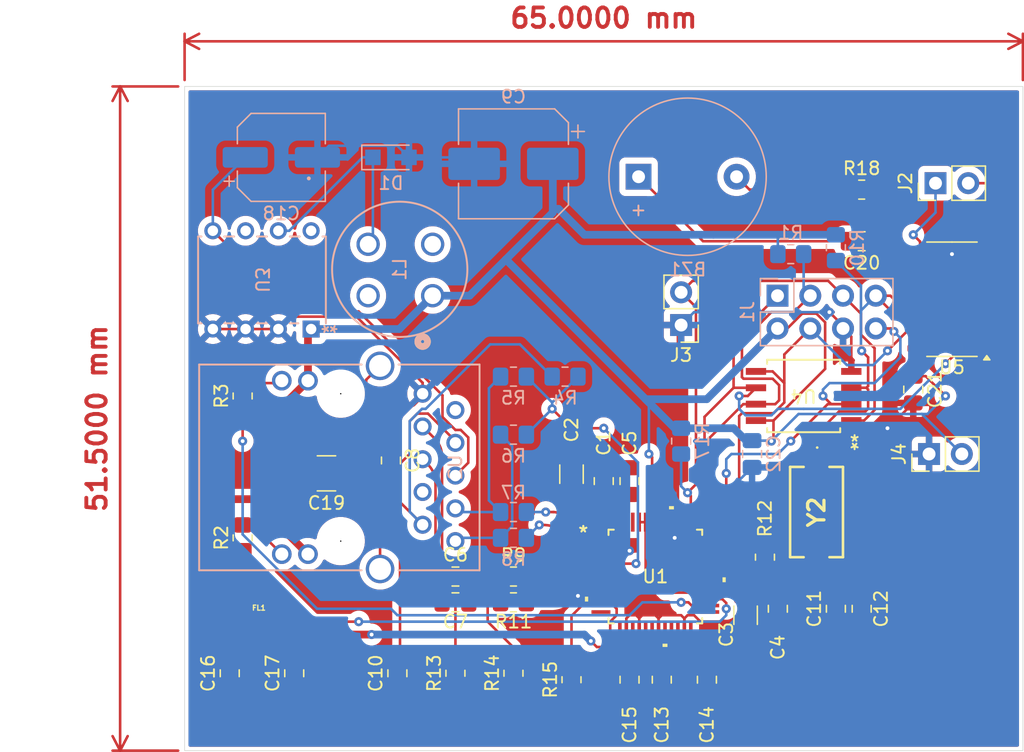
<source format=kicad_pcb>
(kicad_pcb (version 20241229) (generator "pcbnew") (generator_version "9.0")
  (layers (0 "F.Cu" signal) (2 "B.Cu" signal) (13 "F.Paste" user) (15 "B.Paste" user) (5 "F.SilkS" user "F.Silkscreen") (7 "B.SilkS" user "B.Silkscreen") (1 "F.Mask" user) (3 "B.Mask" user) (25 "Edge.Cuts" user))
  (property "PAGESETUP" "Record=PageOptions¦CenterHorizontal=True¦CenterVertical=True¦PrintScale=0.97¦XCorrection=1.00¦YCorrection=1.00¦PrintKind=1¦BorderSize=5000000¦LeftOffset=0¦BottomOffset=0¦Orientation=2¦PaperLength=1000¦PaperWidth=1000¦Scale=100¦PaperSource=7¦PrintQuality=-3¦MediaType=1¦DitherType=10¦PrintScaleMode=1¦PaperKind=A4¦PaperIndex=9")
  (net 0 "")
  (net 1 "3.3V_D")
  (net 2 "/SCSn")
  (net 3 "/INTn")
  (net 4 "/RSTn")
  (net 5 "GND")
  (net 6 "Net-(U1-EXRES1)")
  (net 7 "Net-(U2-RCT)")
  (net 8 "Net-(C7-Pad2)")
  (net 9 "Net-(C6-Pad2)")
  (net 10 "/XO")
  (net 11 "/XI")
  (net 12 "Net-(U1-RXP)")
  (net 13 "Net-(U1-RXN)")
  (net 14 "Net-(U1-TXP)")
  (net 15 "Net-(U2-TD+)")
  (net 16 "Net-(U2-TD-)")
  (net 17 "Net-(U1-TXN)")
  (net 18 "3.3V_A")
  (net 19 "Net-(U2-TCT)")
  (net 20 "Net-(D1-K)")
  (net 23 "Net-(U2-VC2+)")
  (net 25 "Net-(U2-RD+)")
  (net 27 "Net-(U2-RD-)")
  (net 28 "/ACT_LED")
  (net 29 "Net-(U1-1V2O)")
  (net 34 "/LINK_LED")
  (net 35 "Net-(U1-TOCAP)")
  (net 37 "/MOSI")
  (net 38 "/MISO")
  (net 40 "/SCLK")
  (net 43 "Net-(C19-Pad1)")
  (net 46 "Net-(U2-Y_K)")
  (net 47 "Net-(U2-G_K)")
  (net 48 "Net-(BZ1-+)")
  (net 49 "Net-(BZ1--)")
  (net 50 "Net-(J2-Pin_1)")
  (net 51 "Net-(J2-Pin_2)")
  (net 52 "Net-(U5-Pad10)")
  (net 53 "Net-(U5-Pad3)")
  (footprint "Imported:BEADC1608X95N" (layer "F.Cu") (at 121.5 118)
    (property "Reference" "FL1")
    (property "Value" "BLM18PG121SH1D")
  )
  (footprint "Capacitor_SMD:C_0805_2012Metric_Pad1.18x1.45mm_HandSolder" (layer "F.Cu") (at 150 122.5 90)
    (property "Reference" "C15")
    (property "Value" "0.1uF")
  )
  (footprint "Capacitor_SMD:C_1206_3216Metric_Pad1.33x1.80mm_HandSolder" (layer "F.Cu") (at 159 117.5 -90)
    (property "Reference" "C3")
    (property "Value" "10uF/16V")
  )
  (footprint "Capacitor_SMD:C_0805_2012Metric_Pad1.18x1.45mm_HandSolder" (layer "F.Cu") (at 156 122.5 90)
    (property "Reference" "C14")
    (property "Value" "10nF")
  )
  (footprint "Capacitor_SMD:C_0805_2012Metric_Pad1.18x1.45mm_HandSolder" (layer "F.Cu") (at 166 117 90)
    (property "Reference" "C11")
    (property "Value" "18pF")
  )
  (footprint "Capacitor_SMD:C_0805_2012Metric_Pad1.18x1.45mm_HandSolder" (layer "F.Cu") (at 168 88.5 180)
    (property "Reference" "C20")
    (property "Value" "C_Polarized")
  )
  (footprint "Capacitor_SMD:C_0805_2012Metric_Pad1.18x1.45mm_HandSolder" (layer "F.Cu") (at 168 117 90)
    (property "Reference" "C12")
    (property "Value" "18pF")
  )
  (footprint "Capacitor_SMD:C_0805_2012Metric_Pad1.18x1.45mm_HandSolder" (layer "F.Cu") (at 161.5 117 90)
    (property "Reference" "C4")
    (property "Value" "0.1uF")
  )
  (footprint "Capacitor_SMD:C_1206_3216Metric_Pad1.33x1.80mm_HandSolder" (layer "F.Cu") (at 145.5 106.5625 -90)
    (property "Reference" "C2")
    (property "Value" "10uF/16V")
  )
  (footprint "Connector_PinHeader_2.54mm:PinHeader_1x02_P2.54mm_Vertical" (layer "F.Cu") (at 173.725 84 90)
    (property "Reference" "J2")
    (property "Value" "Conn_01x02_Pin")
  )
  (footprint "Imported:48LQFP_W5500_WIZ" (layer "F.Cu") (at 152 114.5)
    (property "Reference" "U1")
    (property "Value" "W5500")
  )
  (footprint "Capacitor_SMD:C_0805_2012Metric_Pad1.18x1.45mm_HandSolder" (layer "F.Cu") (at 131.5 105.5 -90)
    (property "Reference" "C8")
    (property "Value" "22nF")
  )
  (footprint "Capacitor_SMD:C_0805_2012Metric_Pad1.18x1.45mm_HandSolder" (layer "F.Cu") (at 148 107.1 90)
    (property "Reference" "C1")
    (property "Value" "0.1uF")
  )
  (footprint "Capacitor_SMD:C_0805_2012Metric_Pad1.18x1.45mm_HandSolder" (layer "F.Cu") (at 132 122 90)
    (property "Reference" "C10")
    (property "Value" "10nF")
  )
  (footprint "Capacitor_SMD:C_0805_2012Metric_Pad1.18x1.45mm_HandSolder" (layer "F.Cu") (at 152.5 122.5 90)
    (property "Reference" "C13")
    (property "Value" "4.7uF")
  )
  (footprint "Capacitor_SMD:C_1210_3225Metric_Pad1.33x2.70mm_HandSolder" (layer "F.Cu") (at 126.5 106.5 180)
    (property "Reference" "C19")
    (property "Value" "1nF")
  )
  (footprint "Resistor_SMD:R_0805_2012Metric_Pad1.20x1.40mm_HandSolder" (layer "F.Cu") (at 168 84.5)
    (property "Reference" "R18")
    (property "Value" "R")
  )
  (footprint "Resistor_SMD:R_0805_2012Metric_Pad1.20x1.40mm_HandSolder" (layer "F.Cu") (at 141 116.5)
    (property "Reference" "R11")
    (property "Value" "3.3R")
  )
  (footprint "Capacitor_SMD:C_0805_2012Metric_Pad1.18x1.45mm_HandSolder" (layer "F.Cu") (at 136.5 114.5)
    (property "Reference" "C6")
    (property "Value" "6.8nF")
  )
  (footprint "Package_SO:SO-14_3.9x8.65mm_P1.27mm" (layer "F.Cu") (at 175 93 180)
    (property "Reference" "U5")
    (property "Value" "74HC00")
  )
  (footprint "Resistor_SMD:R_0805_2012Metric_Pad1.20x1.40mm_HandSolder" (layer "F.Cu") (at 141 114.5)
    (property "Reference" "R9")
    (property "Value" "3.3R")
  )
  (footprint "Imported:8S2_ATM" (layer "F.Cu") (at 163.5 100.5 180)
    (property "Reference" "U4")
    (property "Value" "ATTINY85-20SU")
  )
  (footprint "Imported:ABLS7M225000MHZD2YT" (layer "F.Cu") (at 164.5 109.5 -90)
    (property "Reference" "Y2")
    (property "Value" "ABLS7M2-25.000MHZ-D-2Y-T" (hide yes))
  )
  (footprint "Capacitor_SMD:C_0805_2012Metric_Pad1.18x1.45mm_HandSolder" (layer "F.Cu") (at 124 122 90)
    (property "Reference" "C17")
    (property "Value" "0.1uF")
  )
  (footprint "Resistor_SMD:R_0805_2012Metric_Pad1.20x1.40mm_HandSolder" (layer "F.Cu") (at 141 122 90)
    (property "Reference" "R14")
    (property "Value" "49R9")
  )
  (footprint "Capacitor_SMD:C_0805_2012Metric_Pad1.18x1.45mm_HandSolder" (layer "F.Cu") (at 119 122 90)
    (property "Reference" "C16")
    (property "Value" "0.1uF")
  )
  (footprint "Resistor_SMD:R_0805_2012Metric_Pad1.20x1.40mm_HandSolder" (layer "F.Cu") (at 160.5 113 90)
    (property "Reference" "R12")
    (property "Value" "1M")
  )
  (footprint "Capacitor_SMD:C_0805_2012Metric_Pad1.18x1.45mm_HandSolder" (layer "F.Cu") (at 136.5 116.5)
    (property "Reference" "C7")
    (property "Value" "6.8nF")
  )
  (footprint "Resistor_SMD:R_0805_2012Metric_Pad1.20x1.40mm_HandSolder" (layer "F.Cu") (at 145.5 122.5 90)
    (property "Reference" "R15")
    (property "Value" "12.4K")
  )
  (footprint "Capacitor_SMD:C_0805_2012Metric_Pad1.18x1.45mm_HandSolder" (layer "F.Cu") (at 172 100 -90)
    (property "Reference" "C21")
    (property "Value" "100nF")
  )
  (footprint "Connector_PinHeader_2.54mm:PinHeader_1x02_P2.54mm_Vertical" (layer "F.Cu") (at 154 95 180)
    (property "Reference" "J3")
    (property "Value" "Conn_01x02_Pin")
  )
  (footprint "Capacitor_SMD:C_0805_2012Metric_Pad1.18x1.45mm_HandSolder" (layer "F.Cu") (at 150 107.1 90)
    (property "Reference" "C5")
    (property "Value" "1uF")
  )
  (footprint "Resistor_SMD:R_0805_2012Metric_Pad1.20x1.40mm_HandSolder" (layer "F.Cu") (at 120 100.5 90)
    (property "Reference" "R3")
    (property "Value" "330")
  )
  (footprint "Resistor_SMD:R_0805_2012Metric_Pad1.20x1.40mm_HandSolder" (layer "F.Cu") (at 120 111.5 90)
    (property "Reference" "R2")
    (property "Value" "330")
  )
  (footprint "Connector_PinHeader_2.54mm:PinHeader_1x02_P2.54mm_Vertical" (layer "F.Cu") (at 173.225 105 90)
    (property "Reference" "J4")
    (property "Value" "Conn_01x02_Pin")
  )
  (footprint "Resistor_SMD:R_0805_2012Metric_Pad1.20x1.40mm_HandSolder" (layer "F.Cu") (at 136.5 122 90)
    (property "Reference" "R13")
    (property "Value" "49R9")
  )
  (footprint "Imported:IND_MURATA_1200LRS_MUR" (layer "B.Cu") (at 135 93.5 -90)
    (property "Reference" "L1")
    (property "Value" "12LRS334C")
  )
  (footprint "Resistor_SMD:R_0805_2012Metric_Pad1.20x1.40mm_HandSolder" (layer "B.Cu") (at 162.5 89.5 180)
    (property "Reference" "R1")
    (property "Value" "4.7K")
  )
  (footprint "Imported:PDIP-8_MCL" (layer "B.Cu") (at 125.31 95.31 90)
    (property "Reference" "U3")
    (property "Value" "LM2574-3.3YN")
  )
  (footprint "Resistor_SMD:R_0805_2012Metric_Pad1.20x1.40mm_HandSolder" (layer "B.Cu") (at 141 103.5)
    (property "Reference" "R6")
    (property "Value" "49R9")
  )
  (footprint "Connector_PinHeader_2.54mm:PinHeader_2x04_P2.54mm_Vertical" (layer "B.Cu") (at 161.475 92.725 -90)
    (property "Reference" "J1")
    (property "Value" "Conn_02x03_Odd_Even")
  )
  (footprint "Resistor_SMD:R_0805_2012Metric_Pad1.20x1.40mm_HandSolder" (layer "B.Cu") (at 145 99)
    (property "Reference" "R4")
    (property "Value" "10R")
  )
  (footprint "Capacitor_SMD:C_0805_2012Metric_Pad1.18x1.45mm_HandSolder" (layer "B.Cu") (at 159.5 105 90)
    (property "Reference" "C22")
    (property "Value" "C")
  )
  (footprint "Diode_SMD:Nexperia_CFP3_SOD-123W" (layer "B.Cu") (at 131.5 82)
    (property "Reference" "D1")
    (property "Value" "D_Schottky")
  )
  (footprint "Resistor_SMD:R_0805_2012Metric_Pad1.20x1.40mm_HandSolder" (layer "B.Cu") (at 141 99)
    (property "Reference" "R5")
    (property "Value" "49R9")
  )
  (footprint "Resistor_SMD:R_0805_2012Metric_Pad1.20x1.40mm_HandSolder" (layer "B.Cu") (at 166 89 90)
    (property "Reference" "R10")
    (property "Value" "4.7K")
  )
  (footprint "Capacitor_SMD:CP_Elec_6.3x5.4" (layer "B.Cu") (at 123 82)
    (property "Reference" "C18")
    (property "Value" "22uF")
  )
  (footprint "Capacitor_SMD:CP_Elec_8x6.2" (layer "B.Cu") (at 141 82.5 180)
    (property "Reference" "C9")
    (property "Value" "220uF")
  )
  (footprint "Resistor_SMD:R_0805_2012Metric_Pad1.20x1.40mm_HandSolder" (layer "B.Cu") (at 141 111.5)
    (property "Reference" "R8")
    (property "Value" "3.3R")
  )
  (footprint "Resistor_SMD:R_0805_2012Metric_Pad1.20x1.40mm_HandSolder" (layer "B.Cu") (at 154 104 90)
    (property "Reference" "R17")
    (property "Value" "4.7K")
  )
  (footprint "Buzzer_Beeper:Buzzer_12x9.5RM7.6" (layer "B.Cu") (at 150.7 83.5)
    (property "Reference" "BZ1")
    (property "Value" "Buzzer")
  )
  (footprint "Resistor_SMD:R_0805_2012Metric_Pad1.20x1.40mm_HandSolder" (layer "B.Cu") (at 141 109.5)
    (property "Reference" "R7")
    (property "Value" "3.3R")
  )
  (footprint "Imported:ARJM11C7-114-BA-EW2_ABR-fixed" (layer "B.Cu") (at 133.955799 100.324251 -90)
    (property "Reference" "U2")
    (property "Value" "ARJM11C7-114-BA-EW2")
  )
  (gr_rect (start 115.5 76.5) (end 180.5 128) (stroke (width 0.05)) (fill no) (layer "Edge.Cuts"))
  (dimension (type orthogonal) (layer "F.Cu") (pts (xy 115.5 76.5) (xy 180.5 76.5)) (height -3.5) (orientation 0) (format (prefix "") (suffix "") (units 3) (units_format 1) (precision 4)) (style (thickness 0.2) (arrow_length 1.27) (text_position_mode 0) (arrow_direction outward) (extension_height 0.58642) (extension_offset 0.5) (keep_text_aligned yes)) (gr_text "65.0000 mm" (at 148 71.2 0) (layer "F.Cu") (effects (font (size 1.5 1.5) (thickness 0.3)))))
  (dimension (type orthogonal) (layer "F.Cu") (pts (xy 115.5 76.5) (xy 115.5 128)) (height -5) (orientation 1) (format (prefix "") (suffix "") (units 3) (units_format 1) (precision 4)) (style (thickness 0.2) (arrow_length 1.27) (text_position_mode 0) (arrow_direction outward) (extension_height 0.58642) (extension_offset 0.5) (keep_text_aligned yes)) (gr_text "51.5000 mm" (at 108.7 102.25 90) (layer "F.Cu") (effects (font (size 1.5 1.5) (thickness 0.3)))))
  (segment (start 172 97.335) (end 172.525 96.81) (width 0.2) (layer "F.Cu") (net 1))
  (segment (start 151.75 105.25) (end 151.5 105) (width 0.2) (layer "F.Cu") (net 1))
  (segment (start 120 118) (end 120.765 118) (width 0.6) (layer "F.Cu") (net 1))
  (segment (start 162.235 95.265) (end 163.386 94.114) (width 0.2) (layer "F.Cu") (net 1))
  (segment (start 118.5 108.5) (end 117 110) (width 0.6) (layer "F.Cu") (net 1))
  (segment (start 151.75 110.2836) (end 151.75 105.25) (width 0.2) (layer "F.Cu") (net 1))
  (segment (start 117 110) (end 117 115) (width 0.6) (layer "F.Cu") (net 1))
  (segment (start 158.8125 115.75) (end 156.2164 115.75) (width 0.2) (layer "F.Cu") (net 1))
  (segment (start 159 115.9375) (end 161.475 115.9375) (width 0.2) (layer "F.Cu") (net 1))
  (segment (start 161.475 115.9375) (end 161.5 115.9625) (width 0.2) (layer "F.Cu") (net 1))
  (segment (start 123.5 108.5) (end 123.5 111.198453) (width 0.6) (layer "F.Cu") (net 1))
  (segment (start 120.765 118) (end 120.765 119.1975) (width 0.2) (layer "F.Cu") (net 1))
  (segment (start 161.1621 102.405) (end 159.8043 102.405) (width 0.2) (layer "F.Cu") (net 1))
  (segment (start 172 98.9625) (end 172.9625 98.9625) (width 0.2) (layer "F.Cu") (net 1))
  (segment (start 151.249999 110.2836) (end 151.249999 114.249999) (width 0.2) (layer "F.Cu") (net 1))
  (segment (start 123.5 111.198453) (end 125.065799 112.764252) (width 0.6) (layer "F.Cu") (net 1))
  (segment (start 161.475 95.265) (end 162.235 95.265) (width 0.2) (layer "F.Cu") (net 1))
  (segment (start 159 115.9375) (end 158.8125 115.75) (width 0.2) (layer "F.Cu") (net 1))
  (segment (start 123.5 108.5) (end 118.5 108.5) (width 0.6) (layer "F.Cu") (net 1))
  (segment (start 120.765 119.1975) (end 119 120.9625) (width 0.2) (layer "F.Cu") (net 1))
  (segment (start 161 104) (end 161.1621 103.8379) (width 0.2) (layer "F.Cu") (net 1))
  (segment (start 172.9625 98.9625) (end 174.5 100.5) (width 0.2) (layer "F.Cu") (net 1))
  (segment (start 163.386 94.114) (end 164.49176 94.114) (width 0.2) (layer "F.Cu") (net 1))
  (segment (start 123.5 100.880049) (end 123.5 108.5) (width 0.6) (layer "F.Cu") (net 1))
  (segment (start 151.249999 110.2836) (end 150.75 110.2836) (width 0.2) (layer "F.Cu") (net 1))
  (segment (start 152.75 115.75) (end 156.2164 115.75) (width 0.2) (layer "F.Cu") (net 1))
  (segment (start 161.1621 103.8379) (end 161.1621 102.405) (width 0.2) (layer "F.Cu") (net 1))
  (segment (start 151.249999 114.249999) (end 152.75 115.75) (width 0.2) (layer "F.Cu") (net 1))
  (segment (start 151.75 110.2836) (end 151.249999 110.2836) (width 0.2) (layer "F.Cu") (net 1))
  (segment (start 125.065799 95.554201) (end 125.31 95.31) (width 0.6) (layer "F.Cu") (net 1))
  (segment (start 117 115) (end 120 118) (width 0.6) (layer "F.Cu") (net 1))
  (segment (start 125.065799 99.31425) (end 125.065799 95.554201) (width 0.6) (layer "F.Cu") (net 1))
  (segment (start 165.166 94.78824) (end 165.166 98.4011) (width 0.2) (layer "F.Cu") (net 1))
  (segment (start 165.166 98.4011) (end 161.1621 102.405) (width 0.2) (layer "F.Cu") (net 1))
  (segment (start 164.49176 94.114) (end 165.166 94.78824) (width 0.2) (layer "F.Cu") (net 1))
  (segment (start 172 98.9625) (end 172 97.335) (width 0.2) (layer "F.Cu") (net 1))
  (segment (start 125.065799 99.31425) (end 123.5 100.880049) (width 0.6) (layer "F.Cu") (net 1))
  (via (at 174.5 100.5) (size 0.7) (drill 0.3) (layers "F.Cu" "B.Cu") (net 1))
  (via (at 161 104) (size 0.7) (drill 0.3) (layers "F.Cu" "B.Cu") (net 1))
  (via (at 151.5 105) (size 0.7) (drill 0.3) (layers "F.Cu" "B.Cu") (net 1))
  (segment (start 144.05 85.989892) (end 144.05 86.272735) (width 0.6) (layer "B.Cu") (net 1))
  (segment (start 132.1486 95.31) (end 125.31 95.31) (width 0.6) (layer "B.Cu") (net 1))
  (segment (start 144.489892 85.989892) (end 146.5 88) (width 0.6) (layer "B.Cu") (net 1))
  (segment (start 166 88) (end 161.5 88) (width 0.6) (layer "B.Cu") (net 1))
  (segment (start 151.5 101) (end 140.411367 89.911367) (width 0.6) (layer "B.Cu") (net 1))
  (segment (start 155.99 100.75) (end 161.475 95.265) (width 0.6) (layer "B.Cu") (net 1))
  (segment (start 137.597435 92.7253) (end 134.7333 92.7253) (width 0.6) (layer "B.Cu") (net 1))
  (segment (start 159.0375 103.9625) (end 158.075 103) (width 0.6) (layer "B.Cu") (net 1))
  (segment (start 144.05 85.989892) (end 144.489892 85.989892) (width 0.6) (layer "B.Cu") (net 1))
  (segment (start 159.5 103.9625) (end 159.0375 103.9625) (width 0.6) (layer "B.Cu") (net 1))
  (segment (start 172.664 101.899) (end 163.101 101.899) (width 0.2) (layer "B.Cu") (net 1))
  (segment (start 144.05 86.272735) (end 140.411367 89.911367) (width 0.6) (layer "B.Cu") (net 1))
  (segment (start 174.5 100.5) (end 173.101 101.899) (width 0.2) (layer "B.Cu") (net 1))
  (segment (start 163.101 101.899) (end 161 104) (width 0.2) (layer "B.Cu") (net 1))
  (segment (start 160.9625 103.9625) (end 161 104) (width 0.2) (layer "B.Cu") (net 1))
  (segment (start 175.765 105) (end 172.664 101.899) (width 0.2) (layer "B.Cu") (net 1))
  (segment (start 151.5 101) (end 151.25 100.75) (width 0.2) (layer "B.Cu") (net 1))
  (segment (start 144.05 82.5) (end 144.05 85.989892) (width 0.6) (layer "B.Cu") (net 1))
  (segment (start 161.5 88) (end 156.5 88) (width 0.6) (layer "B.Cu") (net 1))
  (segment (start 153.5 103) (end 154 103) (width 0.6) (layer "B.Cu") (net 1))
  (segment (start 146.5 88) (end 156.5 88) (width 0.6) (layer "B.Cu") (net 1))
  (segment (start 159.5 103.9625) (end 160.9625 103.9625) (width 0.2) (layer "B.Cu") (net 1))
  (segment (start 140.411367 89.911367) (end 137.597435 92.7253) (width 0.6) (layer "B.Cu") (net 1))
  (segment (start 134.7333 92.7253) (end 132.1486 95.31) (width 0.6) (layer "B.Cu") (net 1))
  (segment (start 161.5 89.5) (end 161.5 88) (width 0.2) (layer "B.Cu") (net 1))
  (segment (start 158.075 103) (end 154 103) (width 0.6) (layer "B.Cu") (net 1))
  (segment (start 151.5 105) (end 151.5 101) (width 0.2) (layer "B.Cu") (net 1))
  (segment (start 151.25 100.75) (end 155.99 100.75) (width 0.6) (layer "B.Cu") (net 1))
  (segment (start 151.25 100.75) (end 153.5 103) (width 0.6) (layer "B.Cu") (net 1))
  (segment (start 173.101 101.899) (end 172.664 101.899) (width 0.2) (layer "B.Cu") (net 1))
  (segment (start 168.5 101.4868) (end 168.2841 101.7027) (width 0.2) (layer "F.Cu") (net 2))
  (segment (start 168.5 97.5) (end 168.5 99.73) (width 0.2) (layer "F.Cu") (net 2))
  (segment (start 171.309 94.939) (end 176.874 94.939) (width 0.2) (layer "F.Cu") (net 2))
  (segment (start 177.475 95.54) (end 176.874 94.939) (width 0.2) (layer "F.Cu") (net 2))
  (segment (start 167.1957 99.865) (end 168.365 99.865) (width 0.2) (layer "F.Cu") (net 2))
  (segment (start 170.64 94.27) (end 171.309 94.939) (width 0.2) (layer "F.Cu") (net 2))
  (segment (start 168 97) (end 168.5 97.5) (width 0.2) (layer "F.Cu") (net 2))
  (segment (start 166.2419 101.7027) (end 158.901 109.0436) (width 0.2) (layer "F.Cu") (net 2))
  (segment (start 168.2841 101.7027) (end 166.2419 101.7027) (width 0.2) (layer "F.Cu") (net 2))
  (segment (start 157.194701 113.749999) (end 156.2164 113.749999) (width 0.2) (layer "F.Cu") (net 2))
  (segment (start 158.901 109.0436) (end 158.901 112.0437) (width 0.2) (layer "F.Cu") (net 2))
  (segment (start 170.225 92.725) (end 169.095 92.725) (width 0.2) (layer "F.Cu") (net 2))
  (segment (start 177.475 91.73) (end 175.8371 91.73) (width 0.2) (layer "F.Cu") (net 2))
  (segment (start 170.64 94.27) (end 169.095 92.725) (width 0.2) (layer "F.Cu") (net 2))
  (segment (start 168.5 100) (end 168.5 101.4868) (width 0.2) (layer "F.Cu") (net 2))
  (segment (start 168.365 99.865) (end 168.5 100) (width 0.2) (layer "F.Cu") (net 2))
  (segment (start 171.101 93.601) (end 170.225 92.725) (width 0.2) (layer "F.Cu") (net 2))
  (segment (start 158.901 112.0437) (end 157.194701 113.749999) (width 0.2) (layer "F.Cu") (net 2))
  (segment (start 173.9661 93.601) (end 171.101 93.601) (width 0.2) (layer "F.Cu") (net 2))
  (segment (start 175.8371 91.73) (end 173.9661 93.601) (width 0.2) (layer "F.Cu") (net 2))
  (segment (start 168.5 99.73) (end 168.365 99.865) (width 0.2) (layer "F.Cu") (net 2))
  (segment (start 172.525 94.27) (end 170.64 94.27) (width 0.2) (layer "F.Cu") (net 2))
  (via (at 168 97) (size 0.7) (drill 0.3) (layers "F.Cu" "B.Cu") (net 2))
  (segment (start 167.944 91.944) (end 167.944 94) (width 0.2) (layer "B.Cu") (net 2))
  (segment (start 167.944 93.876) (end 167.944 94) (width 0.2) (layer "B.Cu") (net 2))
  (segment (start 167.944 96.944) (end 168 97) (width 0.2) (layer "B.Cu") (net 2))
  (segment (start 166 90) (end 167.944 91.944) (width 0.2) (layer "B.Cu") (net 2))
  (segment (start 167.944 94) (end 167.944 96.944) (width 0.2) (layer "B.Cu") (net 2))
  (segment (start 169.095 92.725) (end 167.944 93.876) (width 0.2) (layer "B.Cu") (net 2))
  (segment (start 158.7159 99.0413) (end 158.8373 99.1627) (width 0.2) (layer "F.Cu") (net 3))
  (segment (start 164.015 92.725) (end 162.74 94) (width 0.2) (layer "F.Cu") (net 3))
  (segment (start 158.8373 99.1627) (end 161.0956 99.1627) (width 0.2) (layer "F.Cu") (net 3))
  (segment (start 161.2979 101.135) (end 159.8043 101.135) (width 0.2) (layer "F.Cu") (net 3))
  (segment (start 161.599 100.8339) (end 161.2979 101.135) (width 0.2) (layer "F.Cu") (net 3))
  (segment (start 158.7159 96.2841) (end 158.7159 99.0413) (width 0.2) (layer "F.Cu") (net 3))
  (segment (start 156.2164 103.7355) (end 156.2164 111.75) (width 0.2) (layer "F.Cu") (net 3))
  (segment (start 162.74 94) (end 161 94) (width 0.2) (layer "F.Cu") (net 3))
  (segment (start 158.8169 101.135) (end 156.2164 103.7355) (width 0.2) (layer "F.Cu") (net 3))
  (segment (start 161.0956 99.1627) (end 161.599 99.6661) (width 0.2) (layer "F.Cu") (net 3))
  (segment (start 161 94) (end 158.7159 96.2841) (width 0.2) (layer "F.Cu") (net 3))
  (segment (start 161.599 99.6661) (end 161.599 100.8339) (width 0.2) (layer "F.Cu") (net 3))
  (segment (start 159.8043 101.135) (end 158.8169 101.135) (width 0.2) (layer "F.Cu") (net 3))
  (segment (start 163.5 89.5) (end 163.5 92.21) (width 0.2) (layer "B.Cu") (net 3))
  (segment (start 163.5 92.21) (end 164.015 92.725) (width 0.2) (layer "B.Cu") (net 3))
  (segment (start 155.151 93.611) (end 154 92.46) (width 0.2) (layer "F.Cu") (net 4))
  (segment (start 154.75 108.25) (end 154.5 108) (width 0.2) (layer "F.Cu") (net 4))
  (segment (start 154.886 91.574) (end 154 92.46) (width 0.2) (layer "F.Cu") (net 4))
  (segment (start 167.1957 102.405) (end 168.1831 102.405) (width 0.2) (layer "F.Cu") (net 4))
  (segment (start 154.5 108) (end 155.151 107.349) (width 0.2) (layer "F.Cu") (net 4))
  (segment (start 167.944 94.114) (end 166.555 92.725) (width 0.2) (layer "F.Cu") (net 4))
  (segment (start 168.1831 102.405) (end 169 101.5881) (width 0.2) (layer "F.Cu") (net 4))
  (segment (start 154.75 110.2836) (end 154.75 108.25) (width 0.2) (layer "F.Cu") (net 4))
  (segment (start 155.151 107.349) (end 155.151 93.611) (width 0.2) (layer "F.Cu") (net 4))
  (segment (start 169 96.79776) (end 167.944 95.74176) (width 0.2) (layer "F.Cu") (net 4))
  (segment (start 169 101.5881) (end 169 96.79776) (width 0.2) (layer "F.Cu") (net 4))
  (segment (start 167.944 95.74176) (end 167.944 94.114) (width 0.2) (layer "F.Cu") (net 4))
  (segment (start 166.555 92.725) (end 165.404 91.574) (width 0.2) (layer "F.Cu") (net 4))
  (segment (start 165.404 91.574) (end 154.886 91.574) (width 0.2) (layer "F.Cu") (net 4))
  (via (at 154.5 108) (size 0.7) (drill 0.3) (layers "F.Cu" "B.Cu") (net 4))
  (segment (start 154.5 108) (end 154 107.5) (width 0.2) (layer "B.Cu") (net 4))
  (segment (start 154 107.5) (end 154 105) (width 0.2) (layer "B.Cu") (net 4))
  (segment (start 150.988099 117.5) (end 152 117.5) (width 0.2) (layer "F.Cu") (net 5))
  (segment (start 177.165 89.5) (end 175 89.5) (width 0.2) (layer "F.Cu") (net 5))
  (segment (start 149.749999 118.7164) (end 149.749999 117.750001) (width 0.2) (layer "F.Cu") (net 5))
  (segment (start 148 109) (end 148 108.1375) (width 0.2) (layer "F.Cu") (net 5))
  (segment (start 154 117.5) (end 154.250001 117.750001) (width 0.2) (layer "F.Cu") (net 5))
  (segment (start 149.25 110.25) (end 148 109) (width 0.2) (layer "F.Cu") (net 5))
  (segment (start 148.761898 112.750001) (end 147.7836 112.750001) (width 0.2) (layer "F.Cu") (net 5))
  (segment (start 150 123.5375) (end 152.5 123.5375) (width 0.2) (layer "F.Cu") (net 5))
  (segment (start 153.25 111.25) (end 153.5 111.5) (width 0.2) (layer "F.Cu") (net 5))
  (segment (start 168 118.0375) (end 166 118.0375) (width 0.2) (layer "F.Cu") (net 5))
  (segment (start 153.5 113.444801) (end 153.5 111.5) (width 0.2) (layer "F.Cu") (net 5))
  (segment (start 122.77 95.31) (end 123.7314 94.3486) (width 0.2) (layer "F.Cu") (net 5))
  (segment (start 152.25 117.75) (end 152.25 118.7164) (width 0.2) (layer "F.Cu") (net 5))
  (segment (start 149.25 110.2836) (end 149.25 112.261899) (width 0.2) (layer "F.Cu") (net 5))
  (segment (start 152.5 123.5375) (end 154.5 123.5375) (width 0.2) (layer "F.Cu") (net 5))
  (segment (start 172 101.0375) (end 170.0375 103) (width 0.2) (layer "F.Cu") (net 5))
  (segment (start 147.7836 115.75) (end 146.25 115.75) (width 0.2) (layer "F.Cu") (net 5))
  (segment (start 145.099 123.901) (end 145.5 123.5) (width 0.2) (layer "F.Cu") (net 5))
  (segment (start 124 123.0375) (end 132 123.0375) (width 0.2) (layer "F.Cu") (net 5))
  (segment (start 147.9875 108.125) (end 148 108.1375) (width 0.2) (layer "F.Cu") (net 5))
  (segment (start 161.4625 118.0375) (end 160.4375 119.0625) (width 0.2) (layer "F.Cu") (net 5))
  (segment (start 153.749999 95.250001) (end 153.749999 110.2836) (width 0.2) (layer "F.Cu") (net 5))
  (segment (start 149.761899 112.261899) (end 150 112.5) (width 0.2) (layer "F.Cu") (net 5))
  (segment (start 166 118.0375) (end 161.5 118.0375) (width 0.2) (layer "F.Cu") (net 5))
  (segment (start 120.23 95.31) (end 122.77 95.31) (width 0.2) (layer "F.Cu") (net 5))
  (segment (start 146.25 115.75) (end 146 116) (width 0.2) (layer "F.Cu") (net 5))
  (segment (start 153.25 110.2836) (end 153.25 111.25) (width 0.2) (layer "F.Cu") (net 5))
  (segment (start 155.3052 115.250001) (end 153.5 113.444801) (width 0.2) (layer "F.Cu") (net 5))
  (segment (start 131.5 102.78005) (end 133.955799 100.324251) (width 0.2) (layer "F.Cu") (net 5))
  (segment (start 152.25 110.2836) (end 152.750001 110.2836) (width 0.2) (layer "F.Cu") (net 5))
  (segment (start 153.749999 110.2836) (end 154.250001 110.2836) (width 0.2) (layer "F.Cu") (net 5))
  (segment (start 170.0375 103) (end 170 103) (width 0.2) (layer "F.Cu") (net 5))
  (segment (start 123.7314 94.3486) (end 128.828421 94.3486) (width 0.2) (layer "F.Cu") (net 5))
  (segment (start 150.511901 117.5) (end 150.75 117.738099) (width 0.2) (layer "F.Cu") (net 5))
  (segment (start 169 84.5) (end 170 84.5) (width 0.2) (layer "F.Cu") (net 5))
  (segment (start 177.475 89.19) (end 177.165 89.5) (width 0.2) (layer "F.Cu") (net 5))
  (segment (start 154.5 123.5375) (end 156 123.5375) (width 0.2) (layer "F.Cu") (net 5))
  (segment (start 152.750001 110.2836) (end 153.25 110.2836) (width 0.2) (layer "F.Cu") (net 5))
  (segment (start 150 108.1375) (end 148 108.1375) (width 0.2) (layer "F.Cu") (net 5))
  (segment (start 131.5 104.4625) (end 131.5 102.78005) (width 0.2) (layer "F.Cu") (net 5))
  (segment (start 119 123.0375) (end 124 123.0375) (width 0.2) (layer "F.Cu") (net 5))
  (segment (start 153.25 110.2836) (end 153.749999 110.2836) (width 0.2) (layer "F.Cu") (net 5))
  (segment (start 149.25 110.2836) (end 149.25 110.25) (width 0.2) (layer "F.Cu") (net 5))
  (segment (start 149.9625 123.5) (end 150 123.5375) (width 0.2) (layer "F.Cu") (net 5))
  (segment (start 166.555 95.265) (end 166.555 95.055) (width 0.2) (layer "F.Cu") (net 5))
  (segment (start 149.25 112.261899) (end 148.761898 112.750001) (width 0.2) (layer "F.Cu") (net 5))
  (segment (start 150.75 117.738099) (end 150.988099 117.5) (width 0.2) (layer "F.Cu") (net 5))
  (segment (start 166.555 95.055) (end 165.5 94) (width 0.2) (layer "F.Cu") (net 5))
  (segment (start 154.250001 117.749999) (end 154.250001 118.7164) (width 0.2) (layer "F.Cu") (net 5))
  (segment (start 154.5 117.5) (end 154.250001 117.749999) (width 0.2) (layer "F.Cu") (net 5))
  (segment (start 152.5 117.5) (end 154 117.5) (width 0.2) (layer "F.Cu") (net 5))
  (segment (start 154 95) (end 153.749999 95.250001) (width 0.2) (layer "F.Cu") (net 5))
  (segment (start 128.828421 94.3486) (end 133.955799 99.475978) (width 0.2) (layer "F.Cu") (net 5))
  (segment (start 156.5625 119.0625) (end 155 117.5) (width 0.2) (layer "F.Cu") (net 5))
  (segment (start 149.749999 117.750001) (end 150 117.5) (width 0.2) (layer "F.Cu") (net 5))
  (segment (start 132 123.0375) (end 132.8635 123.901) (width 0.2) (layer "F.Cu") (net 5))
  (segment (start 155 117.5) (end 154.5 117.5) (width 0.2) (layer "F.Cu") (net 5))
  (segment (start 159 119.0625) (end 156.5625 119.0625) (width 0.2) (layer "F.Cu") (net 5))
  (segment (start 156.2164 115.250001) (end 155.3052 115.250001) (width 0.2) (layer "F.Cu") (net 5))
  (segment (start 161.5 118.0375) (end 161.4625 118.0375) (width 0.2) (layer "F.Cu") (net 5))
  (segment (start 152 117.5) (end 152.25 117.75) (width 0.2) (layer "F.Cu") (net 5))
  (segment (start 145.5 108.125) (end 147.9875 108.125) (width 0.2) (layer "F.Cu") (net 5))
  (segment (start 170 84.5) (end 175 89.5) (width 0.2) (layer "F.Cu") (net 5))
  (segment (start 133.955799 99.475978) (end 133.955799 100.324251) (width 0.2) (layer "F.Cu") (net 5))
  (segment (start 145.5 123.5) (end 149.9625 123.5) (width 0.2) (layer "F.Cu") (net 5))
  (segment (start 156 123.5375) (end 159 120.5375) (width 0.2) (layer "F.Cu") (net 5))
  (segment (start 154.250001 117.750001) (end 154.250001 118.7164) (width 0.2) (layer "F.Cu") (net 5))
  (segment (start 160.4375 119.0625) (end 159 119.0625) (width 0.2) (layer "F.Cu") (net 5))
  (segment (start 150.75 117.738099) (end 150.75 118.7164) (width 0.2) (layer "F.Cu") (net 5))
  (segment (start 117.69 95.31) (end 120.23 95.31) (width 0.2) (layer "F.Cu") (net 5))
  (segment (start 149.25 112.261899) (end 149.761899 112.261899) (width 0.2) (layer "F.Cu") (net 5))
  (segment (start 150 117.5) (end 150.511901 117.5) (width 0.2) (layer "F.Cu") (net 5))
  (segment (start 159 120.5375) (end 159 119.0625) (width 0.2) (layer "F.Cu") (net 5))
  (segment (start 167.1957 95.9057) (end 166.555 95.265) (width 0.2) (layer "F.Cu") (net 5))
  (segment (start 152.25 117.75) (end 152.5 117.5) (width 0.2) (layer "F.Cu") (net 5))
  (segment (start 132.8635 123.901) (end 145.099 123.901) (width 0.2) (layer "F.Cu") (net 5))
  (segment (start 167.1957 98.595) (end 167.1957 95.9057) (width 0.2) (layer "F.Cu") (net 5))
  (via (at 150 112.5) (size 0.7) (drill 0.3) (layers "F.Cu" "B.Cu") (net 5))
  (via (at 175 89.5) (size 0.7) (drill 0.3) (layers "F.Cu" "B.Cu") (net 5))
  (via (at 146 116) (size 0.7) (drill 0.3) (layers "F.Cu" "B.Cu") (net 5))
  (via (at 170 103) (size 0.7) (drill 0.3) (layers "F.Cu" "B.Cu") (net 5))
  (via (at 165.5 94) (size 0.7) (drill 0.3) (layers "F.Cu" "B.Cu") (net 5))
  (via (at 153.5 111.5) (size 0.7) (drill 0.3) (layers "F.Cu" "B.Cu") (net 5))
  (segment (start 132.9 82) (end 137.45 82) (width 0.2) (layer "B.Cu") (net 5))
  (segment (start 159.5 106.0375) (end 154.0375 111.5) (width 0.2) (layer "B.Cu") (net 5))
  (segment (start 170 103) (end 166.9625 106.0375) (width 0.2) (layer "B.Cu") (net 5))
  (segment (start 155 94) (end 154 95) (width 0.2) (layer "B.Cu") (net 5))
  (segment (start 131.999 81.099) (end 132.9 82) (width 0.2) (layer "B.Cu") (net 5))
  (segment (start 165.5 94) (end 155 94) (width 0.2) (layer "B.Cu") (net 5))
  (segment (start 154.0375 111.5) (end 153.5 111.5) (width 0.2) (layer "B.Cu") (net 5))
  (segment (start 126.701 81.099) (end 131.999 81.099) (width 0.2) (layer "B.Cu") (net 5))
  (segment (start 137.45 82) (end 137.95 82.5) (width 0.2) (layer "B.Cu") (net 5))
  (segment (start 166.9625 106.0375) (end 159.5 106.0375) (width 0.2) (layer "B.Cu") (net 5))
  (segment (start 173.225 105) (end 172 105) (width 0.2) (layer "B.Cu") (net 5))
  (segment (start 125.8 82) (end 126.701 81.099) (width 0.2) (layer "B.Cu") (net 5))
  (segment (start 172 105) (end 170 103) (width 0.2) (layer "B.Cu") (net 5))
  (segment (start 145.5 121.5) (end 145.5 117.555301) (width 0.2) (layer "F.Cu") (net 6))
  (segment (start 145.5 117.555301) (end 146.805302 116.249999) (width 0.2) (layer "F.Cu") (net 6))
  (segment (start 146.805302 116.249999) (end 147.7836 116.249999) (width 0.2) (layer "F.Cu") (net 6))
  (segment (start 132 120.9625) (end 132.9625 120.9625) (width 0.2) (layer "F.Cu") (net 7))
  (segment (start 132.202224 109.297776) (end 130.474 107.569552) (width 0.2) (layer "F.Cu") (net 7))
  (segment (start 132 120.9625) (end 132.202224 120.760276) (width 0.2) (layer "F.Cu") (net 7))
  (segment (start 134.369806 101.864751) (end 136.495799 103.990744) (width 0.2) (layer "F.Cu") (net 7))
  (segment (start 141 123) (end 136.5 123) (width 0.2) (layer "F.Cu") (net 7))
  (segment (start 130.474 105.96484) (end 130.78984 105.649) (width 0.2) (layer "F.Cu") (net 7))
  (segment (start 130.474 107.569552) (end 130.474 105.96484) (width 0.2) (layer "F.Cu") (net 7))
  (segment (start 133.541792 101.864751) (end 134.369806 101.864751) (width 0.2) (layer "F.Cu") (net 7))
  (segment (start 132.202224 120.760276) (end 132.202224 109.297776) (width 0.2) (layer "F.Cu") (net 7))
  (segment (start 132.956299 104.990244) (end 132.956299 102.450244) (width 0.2) (layer "F.Cu") (net 7))
  (segment (start 130.78984 105.649) (end 132.297543 105.649) (width 0.2) (layer "F.Cu") (net 7))
  (segment (start 132.297543 105.649) (end 132.956299 104.990244) (width 0.2) (layer "F.Cu") (net 7))
  (segment (start 135 123) (end 136.5 123) (width 0.2) (layer "F.Cu") (net 7))
  (segment (start 136.495799 103.990744) (end 136.495799 104.134251) (width 0.2) (layer "F.Cu") (net 7))
  (segment (start 132.956299 102.450244) (end 133.541792 101.864751) (width 0.2) (layer "F.Cu") (net 7))
  (segment (start 132.9625 120.9625) (end 135 123) (width 0.2) (layer "F.Cu") (net 7))
  (segment (start 139 116.5) (end 137.5375 116.5) (width 0.2) (layer "F.Cu") (net 8))
  (segment (start 141 120) (end 139 118) (width 0.2) (layer "F.Cu") (net 8))
  (segment (start 141 121) (end 141 120) (width 0.2) (layer "F.Cu") (net 8))
  (segment (start 139 118) (end 139 116.5) (width 0.2) (layer "F.Cu") (net 8))
  (segment (start 140 116.5) (end 139 116.5) (width 0.2) (layer "F.Cu") (net 8))
  (segment (start 136.5 115.5375) (end 137.5375 114.5) (width 0.2) (layer "F.Cu") (net 9))
  (segment (start 140 114.5) (end 137.5375 114.5) (width 0.2) (layer "F.Cu") (net 9))
  (segment (start 136.5 121) (end 136.5 115.5375) (width 0.2) (layer "F.Cu") (net 9))
  (segment (start 161.5 112) (end 164.5 109) (width 0.2) (layer "F.Cu") (net 10))
  (segment (start 168 110.25) (end 168 115.9625) (width 0.2) (layer "F.Cu") (net 10))
  (segment (start 158.25 114.25) (end 160.5 112) (width 0.2) (layer "F.Cu") (net 10))
  (segment (start 164.5 106.75) (end 168 110.25) (width 0.2) (layer "F.Cu") (net 10))
  (segment (start 156.2164 114.25) (end 158.25 114.25) (width 0.2) (layer "F.Cu") (net 10))
  (segment (start 160.5 112) (end 161.5 112) (width 0.2) (layer "F.Cu") (net 10))
  (segment (start 164.5 109) (end 164.5 106.75) (width 0.2) (layer "F.Cu") (net 10))
  (segment (start 164.5 112.5) (end 166 114) (width 0.2) (layer "F.Cu") (net 11))
  (segment (start 160.5 114) (end 162.75 114) (width 0.2) (layer "F.Cu") (net 11))
  (segment (start 160.5 114) (end 159.75 114.75) (width 0.2) (layer "F.Cu") (net 11))
  (segment (start 159.75 114.75) (end 156.2164 114.75) (width 0.2) (layer "F.Cu") (net 11))
  (segment (start 164.5 112.25) (end 164.5 112.5) (width 0.2) (layer "F.Cu") (net 11))
  (segment (start 166 114) (end 166 115.9625) (width 0.2) (layer "F.Cu") (net 11))
  (segment (start 162.75 114) (end 164.5 112.25) (width 0.2) (layer "F.Cu") (net 11))
  (segment (start 147.219514 114.25) (end 147.7836 114.25) (width 0.2) (layer "F.Cu") (net 12))
  (segment (start 142 116.5) (end 143.93398 116.5) (width 0.2) (layer "F.Cu") (net 12))
  (segment (start 144.99464 116.06066) (end 146.512407 114.542893) (width 0.2) (layer "F.Cu") (net 12))
  (arc (start 147.219514 114.25) (mid 146.836831 114.32612) (end 146.512407 114.542893) (width 0.2) (layer "F.Cu") (net 12))
  (arc (start 143.93398 116.5) (mid 144.508005 116.385819) (end 144.99464 116.06066) (width 0.2) (layer "F.Cu") (net 12))
  (segment (start 144.792893 115.207107) (end 145.664215 114.335785) (width 0.2) (layer "F.Cu") (net 13))
  (segment (start 142.792893 114.792893) (end 143.207107 115.207107) (width 0.2) (layer "F.Cu") (net 13))
  (segment (start 143.914214 115.5) (end 144.085786 115.5) (width 0.2) (layer "F.Cu") (net 13))
  (segment (start 142 114.5) (end 142.085786 114.5) (width 0.2) (layer "F.Cu") (net 13))
  (segment (start 147.078428 113.749999) (end 147.7836 113.749999) (width 0.2) (layer "F.Cu") (net 13))
  (arc (start 143.207107 115.207107) (mid 143.53153 115.42388) (end 143.914214 115.5) (width 0.2) (layer "F.Cu") (net 13))
  (arc (start 142.792893 114.792893) (mid 142.46847 114.57612) (end 142.085786 114.5) (width 0.2) (layer "F.Cu") (net 13))
  (arc (start 144.085786 115.5) (mid 144.468469 115.42388) (end 144.792893 115.207107) (width 0.2) (layer "F.Cu") (net 13))
  (arc (start 145.664215 114.335785) (mid 146.313061 113.90224) (end 147.078428 113.749999) (width 0.2) (layer "F.Cu") (net 13))
  (segment (start 147.078426 112.249999) (end 147.7836 112.249999) (width 0.2) (layer "F.Cu") (net 14))
  (segment (start 145.37868 111.37868) (end 145.664213 111.664213) (width 0.2) (layer "F.Cu") (net 14))
  (segment (start 143 110.5) (end 143.257359 110.5) (width 0.2) (layer "F.Cu") (net 14))
  (via (at 143 110.5) (size 0.7) (drill 0.3) (layers "F.Cu" "B.Cu") (net 14))
  (arc (start 145.37868 111.37868) (mid 144.40541 110.728361) (end 143.257359 110.5) (width 0.2) (layer "F.Cu") (net 14))
  (arc (start 145.664213 111.664213) (mid 146.313059 112.097758) (end 147.078426 112.249999) (width 0.2) (layer "F.Cu") (net 14))
  (segment (start 142 111.5) (end 143 110.5) (width 0.2) (layer "B.Cu") (net 14))
  (segment (start 142 111.5) (end 142.085786 111.5) (width 0.2) (layer "B.Cu") (net 14))
  (segment (start 140 111.5) (end 136.957157 111.5) (width 0.2) (layer "B.Cu") (net 15))
  (segment (start 140.901 104.401) (end 140.901 110.599) (width 0.2) (layer "B.Cu") (net 15))
  (segment (start 140 103.5) (end 140.901 104.401) (width 0.2) (layer "B.Cu") (net 15))
  (segment (start 136.603603 111.646447) (end 136.495799 111.754251) (width 0.2) (layer "B.Cu") (net 15))
  (segment (start 140.901 110.599) (end 140 111.5) (width 0.2) (layer "B.Cu") (net 15))
  (arc (start 136.603603 111.646447) (mid 136.765815 111.53806) (end 136.957157 111.5) (width 0.2) (layer "B.Cu") (net 15))
  (segment (start 136.635101 109.353553) (end 136.495799 109.214251) (width 0.2) (layer "B.Cu") (net 16))
  (segment (start 140 109.5) (end 136.988655 109.5) (width 0.2) (layer "B.Cu") (net 16))
  (segment (start 139.099 108.599) (end 140 109.5) (width 0.2) (layer "B.Cu") (net 16))
  (segment (start 139.099 99.901) (end 139.099 108.599) (width 0.2) (layer "B.Cu") (net 16))
  (segment (start 140 99) (end 139.099 99.901) (width 0.2) (layer "B.Cu") (net 16))
  (arc (start 136.635101 109.353553) (mid 136.797313 109.46194) (end 136.988655 109.5) (width 0.2) (layer "B.Cu") (net 16))
  (segment (start 144.792893 109.792893) (end 146.457107 111.457107) (width 0.2) (layer "F.Cu") (net 17))
  (segment (start 147.164214 111.75) (end 147.7836 111.75) (width 0.2) (layer "F.Cu") (net 17))
  (segment (start 143.5 109.5) (end 144.085786 109.5) (width 0.2) (layer "F.Cu") (net 17))
  (via (at 143.5 109.5) (size 0.7) (drill 0.3) (layers "F.Cu" "B.Cu") (net 17))
  (arc (start 146.457107 111.457107) (mid 146.78153 111.67388) (end 147.164214 111.75) (width 0.2) (layer "F.Cu") (net 17))
  (arc (start 144.792893 109.792893) (mid 144.46847 109.57612) (end 144.085786 109.5) (width 0.2) (layer "F.Cu") (net 17))
  (segment (start 142 109.5) (end 143.5 109.5) (width 0.2) (layer "B.Cu") (net 17))
  (segment (start 147.7836 113.25) (end 148.75 113.25) (width 0.2) (layer "F.Cu") (net 18))
  (segment (start 122.235 118) (end 122.235 119.1975) (width 0.2) (layer "F.Cu") (net 18))
  (segment (start 148.5 119.9625) (end 150 121.4625) (width 0.2) (layer "F.Cu") (net 18))
  (segment (start 145.5 103) (end 148 103) (width 0.2) (layer "F.Cu") (net 18))
  (segment (start 144 101.5) (end 145.5 103) (width 0.2) (layer "F.Cu") (net 18))
  (segment (start 149 116.5) (end 148.749999 116.750001) (width 0.2) (layer "F.Cu") (net 18))
  (segment (start 124 118) (end 122.235 118) (width 0.6) (layer "F.Cu") (net 18))
  (segment (start 148.75 113.25) (end 149 113.5) (width 0.2) (layer "F.Cu") (net 18))
  (segment (start 145.5 103) (end 145.5 105) (width 0.2) (layer "F.Cu") (net 18))
  (segment (start 148.750001 116.750001) (end 149 117.000002) (width 0.2) (layer "F.Cu") (net 18))
  (segment (start 150 121.4625) (end 151.249999 120.212501) (width 0.2) (layer "F.Cu") (net 18))
  (segment (start 148.5 118) (end 148.5 119.9625) (width 0.2) (layer "F.Cu") (net 18))
  (segment (start 151.249999 120.212501) (end 151.249999 118.7164) (width 0.2) (layer "F.Cu") (net 18))
  (segment (start 153.526 122.03516) (end 153.526 120.037799) (width 0.2) (layer "F.Cu") (net 18))
  (segment (start 150 121.4625) (end 150.250001 121.212499) (width 0.2) (layer "F.Cu") (net 18))
  (segment (start 148.749999 115.250001) (end 147.7836 115.250001) (width 0.2) (layer "F.Cu") (net 18))
  (segment (start 150.8885 122.351) (end 153.21016 122.351) (width 0.2) (layer "F.Cu") (net 18))
  (segment (start 150 121.4625) (end 150.8885 122.351) (width 0.2) (layer "F.Cu") (net 18))
  (segment (start 148.5 119.9625) (end 147.4625 119.9625) (width 0.2) (layer "F.Cu") (net 18))
  (segment (start 153.21016 122.351) (end 153.526 122.03516) (width 0.2) (layer "F.Cu") (net 18))
  (segment (start 150.250001 121.212499) (end 150.250001 118.7164) (width 0.2) (layer "F.Cu") (net 18))
  (segment (start 149 115.500002) (end 149 116.5) (width 0.2) (layer "F.Cu") (net 18))
  (segment (start 149 115) (end 148.749999 115.250001) (width 0.2) (layer "F.Cu") (net 18))
  (segment (start 130 119) (end 125 119) (width 0.6) (layer "F.Cu") (net 18))
  (segment (start 148.749999 116.750001) (end 148.750001 116.750001) (width 0.2) (layer "F.Cu") (net 18))
  (segment (start 148.749999 115.250001) (end 149 115.500002) (width 0.2) (layer "F.Cu") (net 18))
  (segment (start 125 119) (end 124 118) (width 0.6) (layer "F.Cu") (net 18))
  (segment (start 122.235 119.1975) (end 124 120.9625) (width 0.2) (layer "F.Cu") (net 18))
  (segment (start 149 113.5) (end 149 115) (width 0.2) (layer "F.Cu") (net 18))
  (segment (start 153.526 120.037799) (end 153.25 119.761799) (width 0.2) (layer "F.Cu") (net 18))
  (segment (start 148 106.0625) (end 146.5625 106.0625) (width 0.2) (layer "F.Cu") (net 18))
  (segment (start 153.25 119.761799) (end 153.25 118.7164) (width 0.2) (layer "F.Cu") (net 18))
  (segment (start 149 117.000002) (end 149 117.5) (width 0.2) (layer "F.Cu") (net 18))
  (segment (start 146.5625 106.0625) (end 145.5 105) (width 0.2) (layer "F.Cu") (net 18))
  (segment (start 147.4625 119.9625) (end 147 119.5) (width 0.2) (layer "F.Cu") (net 18))
  (segment (start 149 117.5) (end 148.5 118) (width 0.2) (layer "F.Cu") (net 18))
  (segment (start 150 106.0625) (end 148 106.0625) (width 0.2) (layer "F.Cu") (net 18))
  (segment (start 150.5 113.5) (end 149 113.5) (width 0.2) (layer "F.Cu") (net 18))
  (segment (start 148.749999 116.750001) (end 147.7836 116.750001) (width 0.2) (layer "F.Cu") (net 18))
  (via (at 148 103) (size 0.7) (drill 0.3) (layers "F.Cu" "B.Cu") (net 18))
  (via (at 144 101.5) (size 0.7) (drill 0.3) (layers "F.Cu" "B.Cu") (net 18))
  (via (at 130 119) (size 0.7) (drill 0.3) (layers "F.Cu" "B.Cu") (net 18))
  (via (at 150.5 113.5) (size 0.7) (drill 0.3) (layers "F.Cu" "B.Cu") (net 18))
  (via (at 147 119.5) (size 0.7) (drill 0.3) (layers "F.Cu" "B.Cu") (net 18))
  (segment (start 147 119.5) (end 146.5 119) (width 0.6) (layer "B.Cu") (net 18))
  (segment (start 150.651 113.349) (end 150.5 113.5) (width 0.2) (layer "B.Cu") (net 18))
  (segment (start 150.651 105.651) (end 150.651 113.349) (width 0.2) (layer "B.Cu") (net 18))
  (segment (start 148 103) (end 150.651 105.651) (width 0.2) (layer "B.Cu") (net 18))
  (segment (start 146 99) (end 144 101) (width 0.2) (layer "B.Cu") (net 18))
  (segment (start 142 103.5) (end 144 101.5) (width 0.2) (layer "B.Cu") (net 18))
  (segment (start 144 101) (end 144 101.5) (width 0.2) (layer "B.Cu") (net 18))
  (segment (start 142 99) (end 144 101) (width 0.2) (layer "B.Cu") (net 18))
  (segment (start 146.5 119) (end 130 119) (width 0.6) (layer "B.Cu") (net 18))
  (segment (start 131.5 106.5375) (end 131.5 108.028452) (width 0.2) (layer "F.Cu") (net 19))
  (segment (start 131.5 108.028452) (end 133.955799 110.484251) (width 0.2) (layer "F.Cu") (net 19))
  (segment (start 132.956299 109.484751) (end 133.955799 110.484251) (width 0.2) (layer "B.Cu") (net 19))
  (segment (start 133.906543 101.5) (end 132.956299 102.450244) (width 0.2) (layer "B.Cu") (net 19))
  (segment (start 139.193557 96.5) (end 134.193557 101.5) (width 0.2) (layer "B.Cu") (net 19))
  (segment (start 132.956299 102.450244) (end 132.956299 109.484751) (width 0.2) (layer "B.Cu") (net 19))
  (segment (start 134.193557 101.5) (end 133.906543 101.5) (width 0.2) (layer "B.Cu") (net 19))
  (segment (start 141.5 96.5) (end 139.193557 96.5) (width 0.2) (layer "B.Cu") (net 19))
  (segment (start 144 99) (end 141.5 96.5) (width 0.2) (layer "B.Cu") (net 19))
  (segment (start 130.1 88.367) (end 129.7295 88.7375) (width 0.2) (layer "B.Cu") (net 20))
  (segment (start 129.3 82) (end 123.61 87.69) (width 0.2) (layer "B.Cu") (net 20))
  (segment (start 123.61 87.69) (end 122.77 87.69) (width 0.2) (layer "B.Cu") (net 20))
  (segment (start 130.1 82) (end 130.1 88.367) (width 0.2) (layer "B.Cu") (net 20))
  (segment (start 130.1 82) (end 129.3 82) (width 0.2) (layer "B.Cu") (net 20))
  (segment (start 128.994521 93.9476) (end 135.496299 100.449378) (width 0.2) (layer "F.Cu") (net 23))
  (segment (start 117.69 87.69) (end 123.9476 93.9476) (width 0.2) (layer "F.Cu") (net 23))
  (segment (start 135.496299 100.449378) (end 135.496299 102.13105) (width 0.2) (layer "F.Cu") (net 23))
  (segment (start 135.496299 102.13105) (end 136.5 103.134751) (width 0.2) (layer "F.Cu") (net 23))
  (segment (start 123.9476 93.9476) (end 128.994521 93.9476) (width 0.2) (layer "F.Cu") (net 23))
  (segment (start 136.5 103.134751) (end 136.909806 103.134751) (width 0.2) (layer "F.Cu") (net 23))
  (segment (start 137.495299 105.674751) (end 136.495799 106.674251) (width 0.2) (layer "F.Cu") (net 23))
  (segment (start 136.909806 103.134751) (end 137.495299 103.720244) (width 0.2) (layer "F.Cu") (net 23))
  (segment (start 137.495299 103.720244) (end 137.495299 105.674751) (width 0.2) (layer "F.Cu") (net 23))
  (segment (start 117.69 84.51) (end 117.69 87.69) (width 0.2) (layer "B.Cu") (net 23))
  (segment (start 120.2 82) (end 117.69 84.51) (width 0.2) (layer "B.Cu") (net 23))
  (segment (start 134.43934 112.56066) (end 134.662406 112.337594) (width 0.2) (layer "F.Cu") (net 25))
  (segment (start 134.955299 111.630487) (end 134.955299 107.232178) (width 0.2) (layer "F.Cu") (net 25))
  (segment (start 135.4625 116.4625) (end 134.43934 115.43934) (width 0.2) (layer "F.Cu") (net 25))
  (segment (start 134 114.37868) (end 134 113.62132) (width 0.2) (layer "F.Cu") (net 25))
  (segment (start 135.4625 116.5) (end 135.4625 116.4625) (width 0.2) (layer "F.Cu") (net 25))
  (segment (start 134.369512 105.817964) (end 133.955799 105.404251) (width 0.2) (layer "F.Cu") (net 25))
  (arc (start 134 114.37868) (mid 134.114181 114.952705) (end 134.43934 115.43934) (width 0.2) (layer "F.Cu") (net 25))
  (arc (start 134.662406 112.337594) (mid 134.879179 112.013171) (end 134.955299 111.630487) (width 0.2) (layer "F.Cu") (net 25))
  (arc (start 134.43934 112.56066) (mid 134.114181 113.047295) (end 134 113.62132) (width 0.2) (layer "F.Cu") (net 25))
  (arc (start 134.955299 107.232178) (mid 134.803058 106.466811) (end 134.369512 105.817964) (width 0.2) (layer "F.Cu") (net 25))
  (segment (start 134.876713 103.785165) (end 133.955799 102.864251) (width 0.2) (layer "F.Cu") (net 27))
  (segment (start 135.4625 114.5) (end 135.4625 105.199379) (width 0.2) (layer "F.Cu") (net 27))
  (arc (start 135.4625 105.199379) (mid 135.310259 104.434012) (end 134.876713 103.785165) (width 0.2) (layer "F.Cu") (net 27))
  (segment (start 125.5 118) (end 129 118) (width 0.2) (layer "F.Cu") (net 28))
  (segment (start 157.5 117) (end 157.5 116.555301) (width 0.2) (layer "F.Cu") (net 28))
  (segment (start 120 112.5) (end 125.5 118) (width 0.2) (layer "F.Cu") (net 28))
  (segment (start 157.5 116.555301) (end 157.194698 116.249999) (width 0.2) (layer "F.Cu") (net 28))
  (segment (start 157.194698 116.249999) (end 156.2164 116.249999) (width 0.2) (layer "F.Cu") (net 28))
  (via (at 129 118) (size 0.7) (drill 0.3) (layers "F.Cu" "B.Cu") (net 28))
  (via (at 157.5 117) (size 0.7) (drill 0.3) (layers "F.Cu" "B.Cu") (net 28))
  (segment (start 157 118) (end 157.5 117.5) (width 0.2) (layer "B.Cu") (net 28))
  (segment (start 157.5 117.5) (end 157.5 117) (width 0.2) (layer "B.Cu") (net 28))
  (segment (start 129 118) (end 157 118) (width 0.2) (layer "B.Cu") (net 28))
  (segment (start 156 121.4625) (end 155.517801 121.4625) (width 0.2) (layer "F.Cu") (net 29))
  (segment (start 153.749999 119.694698) (end 153.749999 118.7164) (width 0.2) (layer "F.Cu") (net 29))
  (segment (start 155.517801 121.4625) (end 153.749999 119.694698) (width 0.2) (layer "F.Cu") (net 29))
  (segment (start 154.5671 116.5) (end 154 116.5) (width 0.2) (layer "F.Cu") (net 34))
  (segment (start 156.2164 117.25) (end 155.3171 117.25) (width 0.2) (layer "F.Cu") (net 34))
  (segment (start 155.3171 117.25) (end 154.5671 116.5) (width 0.2) (layer "F.Cu") (net 34))
  (segment (start 120 101.5) (end 120 104) (width 0.2) (layer "F.Cu") (net 34))
  (via (at 120 104) (size 0.7) (drill 0.3) (layers "F.Cu" "B.Cu") (net 34))
  (via (at 154 116.5) (size 0.7) (drill 0.3) (layers "F.Cu" "B.Cu") (net 34))
  (segment (start 120 111.231764) (end 120 104) (width 0.2) (layer "B.Cu") (net 34))
  (segment (start 125.768236 117) (end 120 111.231764) (width 0.2) (layer "B.Cu") (net 34))
  (segment (start 154 116.5) (end 151 116.5) (width 0.2) (layer "B.Cu") (net 34))
  (segment (start 150 117.5) (end 132 117.5) (width 0.2) (layer "B.Cu") (net 34))
  (segment (start 132 117.5) (end 131.5 117) (width 0.2) (layer "B.Cu") (net 34))
  (segment (start 131.5 117) (end 125.768236 117) (width 0.2) (layer "B.Cu") (net 34))
  (segment (start 151 116.5) (end 150 117.5) (width 0.2) (layer "B.Cu") (net 34))
  (segment (start 152.750001 121.212499) (end 152.750001 118.7164) (width 0.2) (layer "F.Cu") (net 35))
  (segment (start 152.5 121.4625) (end 152.750001 121.212499) (width 0.2) (layer "F.Cu") (net 35))
  (segment (start 156.2164 112.249999) (end 157.1276 112.249999) (width 0.2) (layer "F.Cu") (net 37))
  (segment (start 167.1957 101.135) (end 165.635 101.135) (width 0.2) (layer "F.Cu") (net 37))
  (segment (start 165.635 101.135) (end 165 100.5) (width 0.2) (layer "F.Cu") (net 37))
  (segment (start 157.5 111.877599) (end 157.5 111.5) (width 0.2) (layer "F.Cu") (net 37))
  (segment (start 170.265 95.265) (end 170.5 95.5) (width 0.2) (layer "F.Cu") (net 37))
  (segment (start 162.5 104) (end 165.365 101.135) (width 0.2) (layer "F.Cu") (net 37))
  (segment (start 157.5 111.5) (end 157.5 106.5) (width 0.2) (layer "F.Cu") (net 37))
  (segment (start 157.1276 112.249999) (end 157.5 111.877599) (width 0.2) (layer "F.Cu") (net 37))
  (segment (start 169.095 95.265) (end 170.265 95.265) (width 0.2) (layer "F.Cu") (net 37))
  (segment (start 165.365 101.135) (end 167.1957 101.135) (width 0.2) (layer "F.Cu") (net 37))
  (via (at 157.5 106.5) (size 0.7) (drill 0.3) (layers "F.Cu" "B.Cu") (net 37))
  (via (at 162.5 104) (size 0.7) (drill 0.3) (layers "F.Cu" "B.Cu") (net 37))
  (via (at 165 100.5) (size 0.7) (drill 0.3) (layers "F.Cu" "B.Cu") (net 37))
  (via (at 170.5 95.5) (size 0.7) (drill 0.3) (layers "F.Cu" "B.Cu") (net 37))
  (segment (start 157.5 105.4) (end 157.9 105) (width 0.2) (layer "B.Cu") (net 37))
  (segment (start 169 99.5) (end 171 97.5) (width 0.2) (layer "B.Cu") (net 37))
  (segment (start 157.5 106.5) (end 157.5 105.4) (width 0.2) (layer "B.Cu") (net 37))
  (segment (start 165.5 99.5) (end 169 99.5) (width 0.2) (layer "B.Cu") (net 37))
  (segment (start 161 105) (end 161.5 105) (width 0.2) (layer "B.Cu") (net 37))
  (segment (start 171 97.5) (end 171 96) (width 0.2) (layer "B.Cu") (net 37))
  (segment (start 161.5 105) (end 162.5 104) (width 0.2) (layer "B.Cu") (net 37))
  (segment (start 165 100) (end 165.5 99.5) (width 0.2) (layer "B.Cu") (net 37))
  (segment (start 171 96) (end 170.5 95.5) (width 0.2) (layer "B.Cu") (net 37))
  (segment (start 157.9 105) (end 161 105) (width 0.2) (layer "B.Cu") (net 37))
  (segment (start 165 100.5) (end 165 100) (width 0.2) (layer "B.Cu") (net 37))
  (segment (start 162 97.28) (end 164.015 95.265) (width 0.2) (layer "F.Cu") (net 38))
  (segment (start 158.5 111.444699) (end 158.5 102.0532) (width 0.2) (layer "F.Cu") (net 38))
  (segment (start 157.194698 112.750001) (end 158.5 111.444699) (width 0.2) (layer "F.Cu") (net 38))
  (segment (start 162 99.5) (end 162 97.28) (width 0.2) (layer "F.Cu") (net 38))
  (segment (start 171.46 95.54) (end 170 97) (width 0.2) (layer "F.Cu") (net 38))
  (segment (start 158.5 102.0532) (end 158.7159 101.8373) (width 0.2) (layer "F.Cu") (net 38))
  (segment (start 158.7159 101.8373) (end 161.1627 101.8373) (width 0.2) (layer "F.Cu") (net 38))
  (segment (start 172.525 95.54) (end 171.46 95.54) (width 0.2) (layer "F.Cu") (net 38))
  (segment (start 161.095 98.595) (end 159.8043 98.595) (width 0.2) (layer "F.Cu") (net 38))
  (segment (start 161.1627 101.8373) (end 162 101) (width 0.2) (layer "F.Cu") (net 38))
  (segment (start 156.2164 112.750001) (end 157.194698 112.750001) (width 0.2) (layer "F.Cu") (net 38))
  (segment (start 162 101) (end 162 99.5) (width 0.2) (layer "F.Cu") (net 38))
  (segment (start 162 99.5) (end 161.095 98.595) (width 0.2) (layer "F.Cu") (net 38))
  (via (at 170 97) (size 0.7) (drill 0.3) (layers "F.Cu" "B.Cu") (net 38))
  (segment (start 168.899 98.101) (end 166.851 98.101) (width 0.2) (layer "B.Cu") (net 38))
  (segment (start 170 97) (end 168.899 98.101) (width 0.2) (layer "B.Cu") (net 38))
  (segment (start 166.851 98.101) (end 164.015 95.265) (width 0.2) (layer "B.Cu") (net 38))
  (segment (start 159.1693 100.5) (end 159.8043 99.865) (width 0.2) (layer "F.Cu") (net 40))
  (segment (start 175.69 96.81) (end 174.5 98) (width 0.2) (layer "F.Cu") (net 40))
  (segment (start 158.0679 99.865) (end 158.0679 96.1321) (width 0.2) (layer "F.Cu") (net 40))
  (segment (start 155.1788 113.190701) (end 155.1788 111.3093) (width 0.2) (layer "F.Cu") (net 40))
  (segment (start 177.475 96.81) (end 175.69 96.81) (width 0.2) (layer "F.Cu") (net 40))
  (segment (start 158.5 100.5) (end 159.1693 100.5) (width 0.2) (layer "F.Cu") (net 40))
  (segment (start 155.8154 102.1175) (end 158.0679 99.865) (width 0.2) (layer "F.Cu") (net 40))
  (segment (start 155.8154 110.6727) (end 155.8154 102.1175) (width 0.2) (layer "F.Cu") (net 40))
  (segment (start 155.238099 113.25) (end 155.1788 113.190701) (width 0.2) (layer "F.Cu") (net 40))
  (segment (start 158.0679 99.865) (end 159.8043 99.865) (width 0.2) (layer "F.Cu") (net 40))
  (segment (start 155.1788 111.3093) (end 155.8154 110.6727) (width 0.2) (layer "F.Cu") (net 40))
  (segment (start 156.2164 113.25) (end 155.238099 113.25) (width 0.2) (layer "F.Cu") (net 40))
  (segment (start 158.0679 96.1321) (end 161.475 92.725) (width 0.2) (layer "F.Cu") (net 40))
  (via (at 174.5 98) (size 0.7) (drill 0.3) (layers "F.Cu" "B.Cu") (net 40))
  (via (at 158.5 100.5) (size 0.7) (drill 0.3) (layers "F.Cu" "B.Cu") (net 40))
  (segment (start 159 102) (end 158.5 101.5) (width 0.2) (layer "B.Cu") (net 40))
  (segment (start 163.5 101.498) (end 161.502 101.498) (width 0.2) (layer "B.Cu") (net 40))
  (segment (start 174.5 98) (end 171.002 101.498) (width 0.2) (layer "B.Cu") (net 40))
  (segment (start 161.502 101.498) (end 161 102) (width 0.2) (layer "B.Cu") (net 40))
  (segment (start 171.002 101.498) (end 163.5 101.498) (width 0.2) (layer "B.Cu") (net 40))
  (segment (start 161 102) (end 159 102) (width 0.2) (layer "B.Cu") (net 40))
  (segment (start 158.5 101.5) (end 158.5 100.5) (width 0.2) (layer "B.Cu") (net 40))
  (segment (start 128.0625 106.5) (end 129.582399 104.980101) (width 0.2) (layer "F.Cu") (net 43))
  (segment (start 129.582399 104.980101) (end 129.582399 99.237685) (width 0.2) (layer "F.Cu") (net 43))
  (segment (start 129.582399 99.237685) (end 130.655831 98.164253) (width 0.2) (layer "F.Cu") (net 43))
  (segment (start 130.655831 109.093331) (end 130.655831 113.914249) (width 0.2) (layer "F.Cu") (net 43))
  (segment (start 128.0625 106.5) (end 130.655831 109.093331) (width 0.2) (layer "F.Cu") (net 43))
  (segment (start 120 110.5) (end 120.771546 110.5) (width 0.2) (layer "F.Cu") (net 46))
  (segment (start 120.771546 110.5) (end 123.035797 112.764251) (width 0.2) (layer "F.Cu") (net 46))
  (segment (start 122.850048 99.5) (end 123.035797 99.314251) (width 0.2) (layer "F.Cu") (net 47))
  (segment (start 120 99.5) (end 122.850048 99.5) (width 0.2) (layer "F.Cu") (net 47))
  (segment (start 150.7 83.5) (end 155.7 88.5) (width 0.2) (layer "F.Cu") (net 48))
  (segment (start 155.7 88.5) (end 166.9625 88.5) (width 0.2) (layer "F.Cu") (net 48))
  (segment (start 158.3 83.5) (end 159.3 84.5) (width 0.2) (layer "F.Cu") (net 49))
  (segment (start 159.3 84.5) (end 167 84.5) (width 0.2) (layer "F.Cu") (net 49))
  (segment (start 172.525 89.19) (end 169.7275 89.19) (width 0.2) (layer "F.Cu") (net 50))
  (segment (start 169.7275 89.19) (end 169.0375 88.5) (width 0.2) (layer "F.Cu") (net 50))
  (segment (start 172.525 88.525) (end 172 88) (width 0.2) (layer "F.Cu") (net 50))
  (segment (start 172.525 89.19) (end 172.525 88.525) (width 0.2) (layer "F.Cu") (net 50))
  (via (at 172 88) (size 0.7) (drill 0.3) (layers "F.Cu" "B.Cu") (net 50))
  (segment (start 173.725 86.275) (end 173.725 84) (width 0.2) (layer "B.Cu") (net 50))
  (segment (start 172 88) (end 173.725 86.275) (width 0.2) (layer "B.Cu") (net 50))
  (segment (start 178.449999 90.46) (end 177.475 90.46) (width 0.2) (layer "F.Cu") (net 51))
  (segment (start 179 89.909999) (end 178.449999 90.46) (width 0.2) (layer "F.Cu") (net 51))
  (segment (start 178.5 84) (end 179 84.5) (width 0.2) (layer "F.Cu") (net 51))
  (segment (start 176.265 84) (end 178.5 84) (width 0.2) (layer "F.Cu") (net 51))
  (segment (start 179 84.5) (end 179 89.909999) (width 0.2) (layer "F.Cu") (net 51))
  (segment (start 173.96 90.46) (end 174.5 91) (width 0.2) (layer "F.Cu") (net 52))
  (segment (start 174.5 92.5) (end 174 93) (width 0.2) (layer "F.Cu") (net 52))
  (segment (start 174.5 91) (end 174.5 92.5) (width 0.2) (layer "F.Cu") (net 52))
  (segment (start 172.525 90.46) (end 173.96 90.46) (width 0.2) (layer "F.Cu") (net 52))
  (segment (start 174 93) (end 172.525 93) (width 0.2) (layer "F.Cu") (net 52))
  (segment (start 172.525 93) (end 172.525 91.73) (width 0.2) (layer "F.Cu") (net 52))
  (segment (start 177.475 94.27) (end 177.475 93) (width 0.2) (layer "F.Cu") (net 53))
  (zone (net 5) (net_name "GND") (layers "F.Cu" "B.Cu") (connect_pads (clearance 0.5)) (min_thickness 0.25) (fill yes (thermal_gap 0.5) (thermal_bridge_width 0.5))
    (polygon (pts (xy 115.5 76.5) (xy 180.5 76.5) (xy 180.5 128) (xy 115.5 128)))
  )
)
</source>
